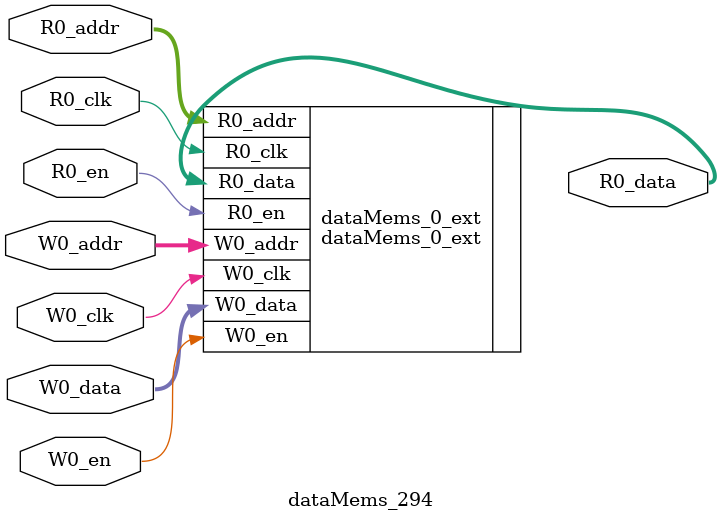
<source format=sv>
`ifndef RANDOMIZE
  `ifdef RANDOMIZE_REG_INIT
    `define RANDOMIZE
  `endif // RANDOMIZE_REG_INIT
`endif // not def RANDOMIZE
`ifndef RANDOMIZE
  `ifdef RANDOMIZE_MEM_INIT
    `define RANDOMIZE
  `endif // RANDOMIZE_MEM_INIT
`endif // not def RANDOMIZE

`ifndef RANDOM
  `define RANDOM $random
`endif // not def RANDOM

// Users can define 'PRINTF_COND' to add an extra gate to prints.
`ifndef PRINTF_COND_
  `ifdef PRINTF_COND
    `define PRINTF_COND_ (`PRINTF_COND)
  `else  // PRINTF_COND
    `define PRINTF_COND_ 1
  `endif // PRINTF_COND
`endif // not def PRINTF_COND_

// Users can define 'ASSERT_VERBOSE_COND' to add an extra gate to assert error printing.
`ifndef ASSERT_VERBOSE_COND_
  `ifdef ASSERT_VERBOSE_COND
    `define ASSERT_VERBOSE_COND_ (`ASSERT_VERBOSE_COND)
  `else  // ASSERT_VERBOSE_COND
    `define ASSERT_VERBOSE_COND_ 1
  `endif // ASSERT_VERBOSE_COND
`endif // not def ASSERT_VERBOSE_COND_

// Users can define 'STOP_COND' to add an extra gate to stop conditions.
`ifndef STOP_COND_
  `ifdef STOP_COND
    `define STOP_COND_ (`STOP_COND)
  `else  // STOP_COND
    `define STOP_COND_ 1
  `endif // STOP_COND
`endif // not def STOP_COND_

// Users can define INIT_RANDOM as general code that gets injected into the
// initializer block for modules with registers.
`ifndef INIT_RANDOM
  `define INIT_RANDOM
`endif // not def INIT_RANDOM

// If using random initialization, you can also define RANDOMIZE_DELAY to
// customize the delay used, otherwise 0.002 is used.
`ifndef RANDOMIZE_DELAY
  `define RANDOMIZE_DELAY 0.002
`endif // not def RANDOMIZE_DELAY

// Define INIT_RANDOM_PROLOG_ for use in our modules below.
`ifndef INIT_RANDOM_PROLOG_
  `ifdef RANDOMIZE
    `ifdef VERILATOR
      `define INIT_RANDOM_PROLOG_ `INIT_RANDOM
    `else  // VERILATOR
      `define INIT_RANDOM_PROLOG_ `INIT_RANDOM #`RANDOMIZE_DELAY begin end
    `endif // VERILATOR
  `else  // RANDOMIZE
    `define INIT_RANDOM_PROLOG_
  `endif // RANDOMIZE
`endif // not def INIT_RANDOM_PROLOG_

// Include register initializers in init blocks unless synthesis is set
`ifndef SYNTHESIS
  `ifndef ENABLE_INITIAL_REG_
    `define ENABLE_INITIAL_REG_
  `endif // not def ENABLE_INITIAL_REG_
`endif // not def SYNTHESIS

// Include rmemory initializers in init blocks unless synthesis is set
`ifndef SYNTHESIS
  `ifndef ENABLE_INITIAL_MEM_
    `define ENABLE_INITIAL_MEM_
  `endif // not def ENABLE_INITIAL_MEM_
`endif // not def SYNTHESIS

module dataMems_294(	// @[generators/ara/src/main/scala/UnsafeAXI4ToTL.scala:365:62]
  input  [4:0]  R0_addr,
  input         R0_en,
  input         R0_clk,
  output [66:0] R0_data,
  input  [4:0]  W0_addr,
  input         W0_en,
  input         W0_clk,
  input  [66:0] W0_data
);

  dataMems_0_ext dataMems_0_ext (	// @[generators/ara/src/main/scala/UnsafeAXI4ToTL.scala:365:62]
    .R0_addr (R0_addr),
    .R0_en   (R0_en),
    .R0_clk  (R0_clk),
    .R0_data (R0_data),
    .W0_addr (W0_addr),
    .W0_en   (W0_en),
    .W0_clk  (W0_clk),
    .W0_data (W0_data)
  );
endmodule


</source>
